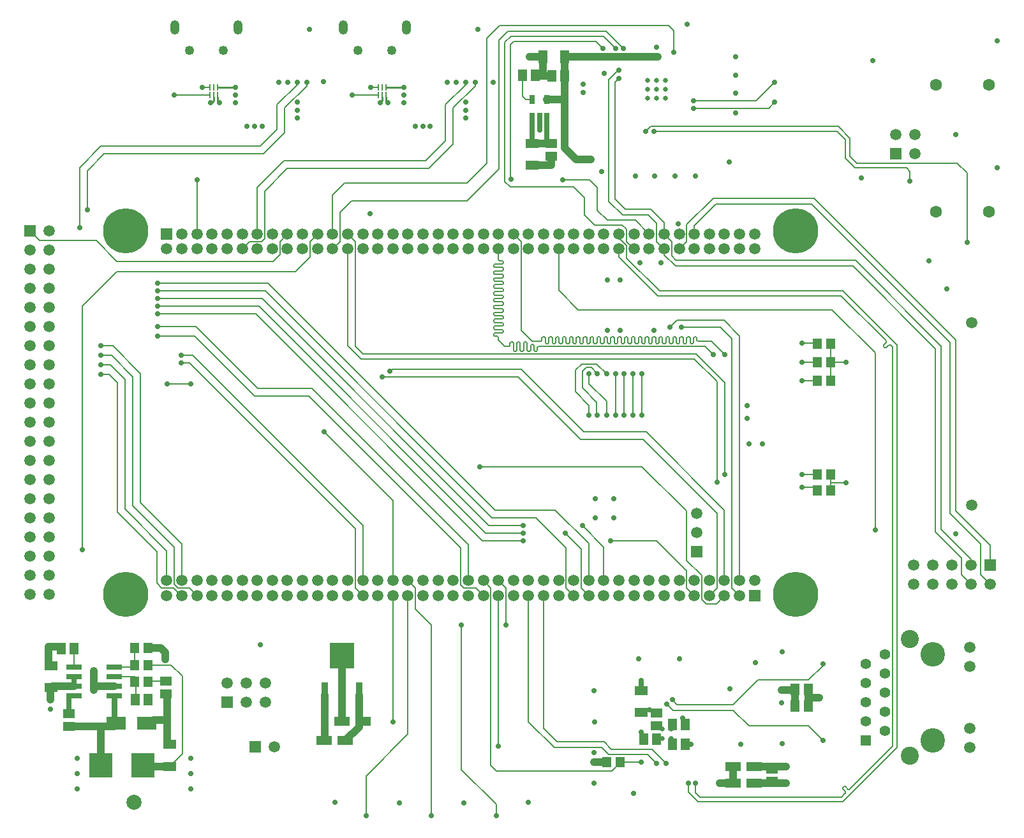
<source format=gbl>
G04 Layer_Physical_Order=4*
G04 Layer_Color=16711680*
%FSLAX25Y25*%
%MOIN*%
G70*
G01*
G75*
%ADD10C,0.00800*%
%ADD11R,0.05118X0.05906*%
%ADD12R,0.05906X0.05118*%
%ADD13R,0.05118X0.07087*%
%ADD14R,0.07087X0.05118*%
%ADD26R,0.04724X0.05512*%
%ADD39C,0.01000*%
%ADD40C,0.04000*%
%ADD41C,0.02500*%
%ADD44C,0.05906*%
%ADD45R,0.05906X0.05906*%
%ADD46C,0.23622*%
%ADD47C,0.06299*%
%ADD48C,0.04921*%
%ADD49O,0.04921X0.07480*%
%ADD50C,0.07874*%
%ADD51R,0.05906X0.05906*%
%ADD52C,0.12795*%
%ADD53C,0.05984*%
%ADD54C,0.09449*%
%ADD55R,0.05512X0.05512*%
%ADD56C,0.05512*%
%ADD57C,0.02800*%
%ADD58C,0.02598*%
%ADD77R,0.08268X0.02756*%
%ADD78R,0.03740X0.13386*%
%ADD79R,0.12992X0.13386*%
%ADD80R,0.02756X0.05118*%
%ADD81R,0.07874X0.04724*%
%ADD82R,0.05906X0.05512*%
%ADD83R,0.00787X0.03347*%
%ADD84R,0.09843X0.06693*%
%ADD85R,0.12205X0.12795*%
%ADD86C,0.03000*%
D10*
X249803Y253251D02*
X249263Y253791D01*
X247303Y254331D02*
X247843Y253791D01*
Y255591D02*
X247303Y255051D01*
X251763Y255591D02*
X252303Y256131D01*
Y256851D02*
X251763Y257391D01*
X247303Y257931D02*
X247843Y257391D01*
Y259191D02*
X247303Y258651D01*
X251763Y259191D02*
X252303Y259731D01*
Y260451D02*
X251763Y260991D01*
X247303Y261531D02*
X247843Y260991D01*
Y262791D02*
X247303Y262251D01*
X251763Y262791D02*
X252303Y263331D01*
Y264051D02*
X251763Y264591D01*
X247303Y265131D02*
X247843Y264591D01*
Y266391D02*
X247303Y265851D01*
X251763Y266391D02*
X252303Y266931D01*
Y267651D02*
X251763Y268191D01*
X247303Y268731D02*
X247843Y268191D01*
Y269991D02*
X247303Y269451D01*
X251763Y269991D02*
X252303Y270531D01*
Y271251D02*
X251763Y271791D01*
X247303Y272331D02*
X247843Y271791D01*
Y273591D02*
X247303Y273051D01*
X251763Y273591D02*
X252303Y274131D01*
Y274851D02*
X251763Y275391D01*
X247303Y275931D02*
X247843Y275391D01*
Y277191D02*
X247303Y276651D01*
X251763Y277191D02*
X252303Y277731D01*
Y278451D02*
X251763Y278991D01*
X247303Y279531D02*
X247843Y278991D01*
Y280791D02*
X247303Y280251D01*
X251763Y280791D02*
X252303Y281331D01*
Y282051D02*
X251763Y282591D01*
X247303Y283131D02*
X247843Y282591D01*
Y284391D02*
X247303Y283851D01*
X251763Y284391D02*
X252303Y284931D01*
Y285651D02*
X251763Y286191D01*
X247303Y286731D02*
X247843Y286191D01*
Y287991D02*
X247303Y287451D01*
X251763Y287991D02*
X252303Y288531D01*
Y289251D02*
X251763Y289791D01*
X247303Y290331D02*
X247843Y289791D01*
Y291591D02*
X247303Y291051D01*
X251763Y291591D02*
X252303Y292131D01*
Y292851D02*
X251763Y293391D01*
X249803Y293931D02*
X250343Y293391D01*
X270790Y248425D02*
X270250Y247885D01*
X269710Y246004D02*
X270250Y246544D01*
X268450D02*
X268990Y246004D01*
X268450Y248943D02*
X267910Y249483D01*
X267190D02*
X266650Y248943D01*
X266110Y246004D02*
X266650Y246544D01*
X264850D02*
X265390Y246004D01*
X264850Y250385D02*
X264310Y250925D01*
X263590D02*
X263050Y250385D01*
X262510Y246004D02*
X263050Y246544D01*
X261250D02*
X261790Y246004D01*
X261250Y250385D02*
X260710Y250925D01*
X259990D02*
X259450Y250385D01*
X258910Y246004D02*
X259450Y246544D01*
X257650D02*
X258190Y246004D01*
X257650Y250385D02*
X257110Y250925D01*
X256390D02*
X255850Y250385D01*
X255310Y248425D02*
X255850Y248965D01*
X353554Y251623D02*
X354094Y251083D01*
X353554Y253043D02*
X353013Y253583D01*
X352293D02*
X351753Y253043D01*
X351214Y250025D02*
X351753Y250565D01*
X349954D02*
X350494Y250025D01*
X349954Y253043D02*
X349413Y253583D01*
X348693D02*
X348153Y253043D01*
X347614Y250025D02*
X348153Y250565D01*
X346354D02*
X346894Y250025D01*
X346354Y253043D02*
X345813Y253583D01*
X345093D02*
X344553Y253043D01*
X344014Y250025D02*
X344553Y250565D01*
X342754D02*
X343293Y250025D01*
X342754Y253043D02*
X342214Y253583D01*
X341494D02*
X340953Y253043D01*
X340413Y250025D02*
X340953Y250565D01*
X339154D02*
X339693Y250025D01*
X339154Y253043D02*
X338614Y253583D01*
X337894D02*
X337353Y253043D01*
X336813Y250025D02*
X337353Y250565D01*
X335554D02*
X336093Y250025D01*
X335554Y253043D02*
X335014Y253583D01*
X334294D02*
X333753Y253043D01*
X333213Y250025D02*
X333753Y250565D01*
X331954D02*
X332493Y250025D01*
X331954Y253043D02*
X331414Y253583D01*
X330694D02*
X330153Y253043D01*
X329613Y250025D02*
X330153Y250565D01*
X328354D02*
X328893Y250025D01*
X328354Y253043D02*
X327814Y253583D01*
X327094D02*
X326554Y253043D01*
X326013Y250025D02*
X326554Y250565D01*
X324753D02*
X325293Y250025D01*
X324753Y253043D02*
X324214Y253583D01*
X323494D02*
X322954Y253043D01*
X322413Y250025D02*
X322954Y250565D01*
X321153D02*
X321693Y250025D01*
X321153Y253043D02*
X320614Y253583D01*
X319894D02*
X319354Y253043D01*
X318813Y250025D02*
X319354Y250565D01*
X317553D02*
X318093Y250025D01*
X317553Y253043D02*
X317014Y253583D01*
X316294D02*
X315754Y253043D01*
X315213Y250025D02*
X315754Y250565D01*
X313953D02*
X314493Y250025D01*
X313953Y253043D02*
X313414Y253583D01*
X312694D02*
X312154Y253043D01*
X311613Y250025D02*
X312154Y250565D01*
X310353D02*
X310894Y250025D01*
X310353Y253043D02*
X309813Y253583D01*
X309093D02*
X308554Y253043D01*
X308014Y250025D02*
X308554Y250565D01*
X306753D02*
X307294Y250025D01*
X306753Y253043D02*
X306213Y253583D01*
X305493D02*
X304954Y253043D01*
X304414Y250025D02*
X304954Y250565D01*
X303153D02*
X303694Y250025D01*
X303153Y253043D02*
X302613Y253583D01*
X301893D02*
X301354Y253043D01*
X300814Y250025D02*
X301354Y250565D01*
X299553D02*
X300094Y250025D01*
X299553Y253043D02*
X299013Y253583D01*
X298293D02*
X297754Y253043D01*
X297214Y250025D02*
X297754Y250565D01*
X295953D02*
X296494Y250025D01*
X295953Y253043D02*
X295413Y253583D01*
X294693D02*
X294153Y253043D01*
X293614Y250025D02*
X294153Y250565D01*
X292354D02*
X292894Y250025D01*
X292354Y253043D02*
X291813Y253583D01*
X291093D02*
X290553Y253043D01*
X290014Y250025D02*
X290553Y250565D01*
X288754D02*
X289294Y250025D01*
X288754Y253043D02*
X288213Y253583D01*
X287493D02*
X286953Y253043D01*
X286414Y250025D02*
X286953Y250565D01*
X285154D02*
X285694Y250025D01*
X285154Y253043D02*
X284613Y253583D01*
X283893D02*
X283353Y253043D01*
X282814Y250025D02*
X283353Y250565D01*
X281554D02*
X282094Y250025D01*
X281554Y253043D02*
X281013Y253583D01*
X280293D02*
X279753Y253043D01*
X279214Y250025D02*
X279753Y250565D01*
X277954D02*
X278493Y250025D01*
X277954Y253043D02*
X277414Y253583D01*
X276694D02*
X276153Y253043D01*
X275613Y250025D02*
X276153Y250565D01*
X274354D02*
X274893Y250025D01*
X274354Y253043D02*
X273814Y253583D01*
X273094D02*
X272553Y253043D01*
X272013Y251083D02*
X272553Y251623D01*
X431160Y15018D02*
Y15782D01*
X429802Y17903D02*
Y17140D01*
X431075Y18413D02*
X430311D01*
X432558Y16929D02*
X433071D01*
X454470Y249369D02*
X453706D01*
X451585Y248011D02*
X452349D01*
X451076Y249284D02*
Y248520D01*
X452433Y250642D02*
Y251405D01*
X249803Y294291D02*
Y299449D01*
Y251772D02*
Y251991D01*
Y253251D01*
X247843Y253791D02*
X249263D01*
X247303Y254331D02*
Y255051D01*
X247843Y255591D02*
X249803D01*
X251763D01*
X252303Y256131D02*
Y256851D01*
X249803Y257391D02*
X251763D01*
X247843D02*
X249803D01*
X247303Y257931D02*
Y258651D01*
X247843Y259191D02*
X249803D01*
X251763D01*
X252303Y259731D02*
Y260451D01*
X249803Y260991D02*
X251763D01*
X247843D02*
X249803D01*
X247303Y261531D02*
Y262251D01*
X247843Y262791D02*
X249803D01*
X251763D01*
X252303Y263331D02*
Y264051D01*
X249803Y264591D02*
X251763D01*
X247843D02*
X249803D01*
X247303Y265131D02*
Y265851D01*
X247843Y266391D02*
X249803D01*
X251763D01*
X252303Y266931D02*
Y267651D01*
X249803Y268191D02*
X251763D01*
X247843D02*
X249803D01*
X247303Y268731D02*
Y269451D01*
X247843Y269991D02*
X249803D01*
X251763D01*
X252303Y270531D02*
Y271251D01*
X249803Y271791D02*
X251763D01*
X247843D02*
X249803D01*
X247303Y272331D02*
Y273051D01*
X247843Y273591D02*
X249803D01*
X251763D01*
X252303Y274131D02*
Y274851D01*
X249803Y275391D02*
X251763D01*
X247843D02*
X249803D01*
X247303Y275931D02*
Y276651D01*
X247843Y277191D02*
X249803D01*
X251763D01*
X252303Y277731D02*
Y278451D01*
X249803Y278991D02*
X251763D01*
X247843D02*
X249803D01*
X247303Y279531D02*
Y280251D01*
X247843Y280791D02*
X249803D01*
X251763D01*
X252303Y281331D02*
Y282051D01*
X249803Y282591D02*
X251763D01*
X247843D02*
X249803D01*
X247303Y283131D02*
Y283851D01*
X247843Y284391D02*
X249803D01*
X251763D01*
X252303Y284931D02*
Y285651D01*
X249803Y286191D02*
X251763D01*
X247843D02*
X249803D01*
X247303Y286731D02*
Y287451D01*
X247843Y287991D02*
X249803D01*
X251763D01*
X252303Y288531D02*
Y289251D01*
X249803Y289791D02*
X251763D01*
X247843D02*
X249803D01*
X247303Y290331D02*
Y291051D01*
X247843Y291591D02*
X249803D01*
X251763D01*
X252303Y292131D02*
Y292851D01*
X250343Y293391D02*
X251763D01*
X249803Y293931D02*
Y294291D01*
Y251772D02*
X253150Y248425D01*
X271654D02*
X357874D01*
X270790D02*
X271654D01*
X270250Y246544D02*
Y247885D01*
X268990Y246004D02*
X269710D01*
X268450Y246544D02*
Y248425D01*
Y248943D01*
X267190Y249483D02*
X267910D01*
X266650Y248425D02*
Y248943D01*
Y246544D02*
Y248425D01*
X265390Y246004D02*
X266110D01*
X264850Y246544D02*
Y248425D01*
Y250385D01*
X263590Y250925D02*
X264310D01*
X263050Y248425D02*
Y250385D01*
Y246544D02*
Y248425D01*
X261790Y246004D02*
X262510D01*
X261250Y246544D02*
Y248425D01*
Y250385D01*
X259990Y250925D02*
X260710D01*
X259450Y248425D02*
Y250385D01*
Y246544D02*
Y248425D01*
X258190Y246004D02*
X258910D01*
X257650Y246544D02*
Y248425D01*
Y250385D01*
X256390Y250925D02*
X257110D01*
X255850Y248965D02*
Y250385D01*
X254050Y248425D02*
X255310D01*
X253150D02*
X254050D01*
X357874D02*
X362205Y244094D01*
X361122Y251083D02*
X368110Y244094D01*
X355613Y251083D02*
X361122D01*
X267421D02*
X271654D01*
X354094D02*
X355613D01*
X353554Y251623D02*
Y253043D01*
X352293Y253583D02*
X353013D01*
X351753Y251083D02*
Y253043D01*
Y250565D02*
Y251083D01*
X350494Y250025D02*
X351214D01*
X349954Y250565D02*
Y251083D01*
Y253043D01*
X348693Y253583D02*
X349413D01*
X348153Y251083D02*
Y253043D01*
Y250565D02*
Y251083D01*
X346894Y250025D02*
X347614D01*
X346354Y250565D02*
Y251083D01*
Y253043D01*
X345093Y253583D02*
X345813D01*
X344553Y251083D02*
Y253043D01*
Y250565D02*
Y251083D01*
X343293Y250025D02*
X344014D01*
X342754Y250565D02*
Y251083D01*
Y253043D01*
X341494Y253583D02*
X342214D01*
X340953Y251083D02*
Y253043D01*
Y250565D02*
Y251083D01*
X339693Y250025D02*
X340413D01*
X339154Y250565D02*
Y251083D01*
Y253043D01*
X337894Y253583D02*
X338614D01*
X337353Y251083D02*
Y253043D01*
Y250565D02*
Y251083D01*
X336093Y250025D02*
X336813D01*
X335554Y250565D02*
Y251083D01*
Y253043D01*
X334294Y253583D02*
X335014D01*
X333753Y251083D02*
Y253043D01*
Y250565D02*
Y251083D01*
X332493Y250025D02*
X333213D01*
X331954Y250565D02*
Y251083D01*
Y253043D01*
X330694Y253583D02*
X331414D01*
X330153Y251083D02*
Y253043D01*
Y250565D02*
Y251083D01*
X328893Y250025D02*
X329613D01*
X328354Y250565D02*
Y251083D01*
Y253043D01*
X327094Y253583D02*
X327814D01*
X326554Y251083D02*
Y253043D01*
Y250565D02*
Y251083D01*
X325293Y250025D02*
X326013D01*
X324753Y250565D02*
Y251083D01*
Y253043D01*
X323494Y253583D02*
X324214D01*
X322954Y251083D02*
Y253043D01*
Y250565D02*
Y251083D01*
X321693Y250025D02*
X322413D01*
X321153Y250565D02*
Y251083D01*
Y253043D01*
X319894Y253583D02*
X320614D01*
X319354Y251083D02*
Y253043D01*
Y250565D02*
Y251083D01*
X318093Y250025D02*
X318813D01*
X317553Y250565D02*
Y251083D01*
Y253043D01*
X316294Y253583D02*
X317014D01*
X315754Y251083D02*
Y253043D01*
Y250565D02*
Y251083D01*
X314493Y250025D02*
X315213D01*
X313953Y250565D02*
Y251083D01*
Y253043D01*
X312694Y253583D02*
X313414D01*
X312154Y251083D02*
Y253043D01*
Y250565D02*
Y251083D01*
X310894Y250025D02*
X311613D01*
X310353Y250565D02*
Y251083D01*
Y253043D01*
X309093Y253583D02*
X309813D01*
X308554Y251083D02*
Y253043D01*
Y250565D02*
Y251083D01*
X307294Y250025D02*
X308014D01*
X306753Y250565D02*
Y251083D01*
Y253043D01*
X305493Y253583D02*
X306213D01*
X304954Y251083D02*
Y253043D01*
Y250565D02*
Y251083D01*
X303694Y250025D02*
X304414D01*
X303153Y250565D02*
Y251083D01*
Y253043D01*
X301893Y253583D02*
X302613D01*
X301354Y251083D02*
Y253043D01*
Y250565D02*
Y251083D01*
X300094Y250025D02*
X300814D01*
X299553Y250565D02*
Y251083D01*
Y253043D01*
X298293Y253583D02*
X299013D01*
X297754Y251083D02*
Y253043D01*
Y250565D02*
Y251083D01*
X296494Y250025D02*
X297214D01*
X295953Y250565D02*
Y251083D01*
Y253043D01*
X294693Y253583D02*
X295413D01*
X294153Y251083D02*
Y253043D01*
Y250565D02*
Y251083D01*
X292894Y250025D02*
X293614D01*
X292354Y250565D02*
Y251083D01*
Y253043D01*
X291093Y253583D02*
X291813D01*
X290553Y251083D02*
Y253043D01*
Y250565D02*
Y251083D01*
X289294Y250025D02*
X290014D01*
X288754Y250565D02*
Y251083D01*
Y253043D01*
X287493Y253583D02*
X288213D01*
X286953Y251083D02*
Y253043D01*
Y250565D02*
Y251083D01*
X285694Y250025D02*
X286414D01*
X285154Y250565D02*
Y251083D01*
Y253043D01*
X283893Y253583D02*
X284613D01*
X283353Y251083D02*
Y253043D01*
Y250565D02*
Y251083D01*
X282094Y250025D02*
X282814D01*
X281554Y250565D02*
Y251083D01*
Y253043D01*
X280293Y253583D02*
X281013D01*
X279753Y251083D02*
Y253043D01*
Y250565D02*
Y251083D01*
X278493Y250025D02*
X279214D01*
X277954Y250565D02*
Y251083D01*
Y253043D01*
X276694Y253583D02*
X277414D01*
X276153Y251083D02*
Y253043D01*
Y250565D02*
Y251083D01*
X274893Y250025D02*
X275613D01*
X274354Y250565D02*
Y251083D01*
Y253043D01*
X273094Y253583D02*
X273814D01*
X272553Y251623D02*
Y253043D01*
X271654Y251083D02*
X272013D01*
X261614Y256890D02*
X267421Y251083D01*
X261614Y256890D02*
Y303386D01*
X257677Y307323D02*
X261614Y303386D01*
X339567Y258661D02*
X343012Y262106D01*
X491634Y129311D02*
Y137896D01*
X478051Y151478D02*
X491634Y137896D01*
X496693Y134252D02*
Y137362D01*
X481251Y152804D02*
X496693Y137362D01*
X506693Y134252D02*
Y144685D01*
X488830Y162548D02*
X506693Y144685D01*
X501673Y129272D02*
Y145179D01*
X485630Y161223D02*
X501673Y145179D01*
X446850Y152559D02*
Y245079D01*
X424213Y267717D02*
X446850Y245079D01*
X291339Y267717D02*
X424213D01*
X281299Y277756D02*
X291339Y267717D01*
X281299Y277756D02*
Y299449D01*
X321398Y314469D02*
X328543Y307323D01*
X306791Y314469D02*
X321398D01*
X301575Y319685D02*
X306791Y314469D01*
X314619Y317174D02*
X328104D01*
X307528Y324265D02*
X314619Y317174D01*
X328104D02*
X332480Y312797D01*
X315945Y320374D02*
X329429D01*
X310728Y325590D02*
X315945Y320374D01*
X329429D02*
X336417Y313386D01*
X307528Y324265D02*
Y387940D01*
X310728Y325590D02*
Y386614D01*
X314567Y311910D02*
X316732Y309744D01*
X300098Y311910D02*
X314567D01*
X294685Y317323D02*
X300098Y311910D01*
X316732Y303386D02*
Y309744D01*
Y303386D02*
X320669Y299449D01*
X243799Y409672D02*
X250489Y416362D01*
X243799Y344193D02*
Y409672D01*
X233366Y333760D02*
X243799Y344193D01*
X213323Y341472D02*
X226205Y354354D01*
X211666Y345472D02*
X222205Y356011D01*
X137847Y345472D02*
X211666D01*
X139504Y341472D02*
X213323D01*
X237789Y384691D02*
Y386607D01*
X226205Y373107D02*
X237789Y384691D01*
X232788Y385348D02*
Y386607D01*
X222205Y374764D02*
X232788Y385348D01*
X226205Y354354D02*
Y373107D01*
X222205Y356011D02*
Y374764D01*
X134252Y361776D02*
Y374764D01*
X138252Y360119D02*
Y373107D01*
X43898Y349114D02*
X127247D01*
X138252Y360119D01*
X125590Y353114D02*
X134252Y361776D01*
Y374764D02*
X144836Y385348D01*
Y386607D01*
X138252Y373107D02*
X149836Y384691D01*
Y386607D01*
X336417Y307323D02*
Y313386D01*
X332480Y303386D02*
Y312797D01*
X307528Y387940D02*
X312404Y392815D01*
X312795D01*
X310728Y386614D02*
X312795Y388681D01*
X501673Y129272D02*
X506693Y124252D01*
X485630Y161223D02*
Y250591D01*
X488830Y162548D02*
Y251916D01*
X413386Y322835D02*
X485630Y250591D01*
X414711Y326035D02*
X488830Y251916D01*
X362159Y326035D02*
X414711D01*
X348228Y303386D02*
Y312104D01*
X363484Y322835D02*
X413386D01*
X348228Y312104D02*
X362159Y326035D01*
X352165Y311516D02*
X363484Y322835D01*
X342275Y290453D02*
X434941D01*
X342469Y293653D02*
X436266D01*
X478051Y151478D02*
Y247342D01*
X434941Y290453D02*
X478051Y247342D01*
X481251Y152804D02*
Y248668D01*
X436266Y293653D02*
X481251Y248668D01*
X336417Y296311D02*
Y299449D01*
X491634Y129311D02*
X496693Y124252D01*
X340354Y295768D02*
X342469Y293653D01*
X336417Y307323D02*
X340354Y303386D01*
Y295768D02*
Y303386D01*
X344291Y299449D02*
X348228Y303386D01*
X352165Y307323D02*
Y311516D01*
X313386Y31091D02*
X324366D01*
X30941Y341814D02*
X42241Y353114D01*
X125590D01*
X30941Y310630D02*
Y341814D01*
X34941Y340158D02*
X43898Y349114D01*
X34941Y319882D02*
Y340158D01*
X50492Y287697D02*
X143799D01*
X32480Y269685D02*
X50492Y287697D01*
X32480Y142224D02*
Y269685D01*
X84252Y243961D02*
X89944D01*
X84252Y239961D02*
X88287D01*
X175000Y122205D02*
Y153248D01*
X89944Y243961D02*
X179000Y154905D01*
Y133823D02*
Y154905D01*
X178937Y133760D02*
X179000Y133823D01*
X88287Y239961D02*
X175000Y153248D01*
X50591Y292913D02*
X132087D01*
X39665Y303839D02*
X50591Y292913D01*
X10216Y303839D02*
X39665D01*
X178937Y126142D02*
Y133760D01*
X175000Y122205D02*
X178937Y118268D01*
X237769Y386588D02*
X237789Y386607D01*
X123819Y307323D02*
Y331444D01*
X137847Y345472D01*
X127756Y329724D02*
X139504Y341472D01*
X135630Y296457D02*
Y303386D01*
X132087Y292913D02*
X135630Y296457D01*
X143799Y287697D02*
X151378Y295276D01*
X135630Y303386D02*
X139567Y307323D01*
X5118Y308937D02*
X10216Y303839D01*
X348228Y122205D02*
X352165Y118268D01*
X348228Y122205D02*
Y131299D01*
X332480Y147047D02*
X348228Y131299D01*
X308563Y147047D02*
X332480D01*
X293110Y122205D02*
X297047Y118268D01*
X293110Y122205D02*
Y142681D01*
X284744Y151047D02*
X293110Y142681D01*
X285236Y122205D02*
Y143307D01*
X269496Y159047D02*
X285236Y143307D01*
X246506Y159047D02*
X269496D01*
X304921Y126142D02*
Y143730D01*
X293604Y155047D02*
X304921Y143730D01*
X297047Y126142D02*
Y145571D01*
X279571Y163047D02*
X297047Y145571D01*
X248163Y163047D02*
X279571D01*
X285236Y122205D02*
X289173Y118268D01*
X348228Y136713D02*
Y162402D01*
Y136713D02*
X356102Y128839D01*
Y116240D02*
Y128839D01*
X243192Y151047D02*
X262697D01*
X244849Y155047D02*
X262697D01*
X241535Y147047D02*
X262697D01*
X358366Y113976D02*
X363622D01*
X356102Y116240D02*
X358366Y113976D01*
X363622D02*
X367913Y118268D01*
X122954Y265628D02*
X241535Y147047D01*
X124611Y269628D02*
X243192Y151047D01*
X126268Y273628D02*
X244849Y155047D01*
X127925Y277628D02*
X246506Y159047D01*
X129582Y281628D02*
X248163Y163047D01*
X71752Y281628D02*
X129582D01*
X71752Y277628D02*
X127925D01*
X71752Y273628D02*
X126268D01*
X71752Y269628D02*
X124611D01*
X71752Y265628D02*
X122954D01*
X194685Y126142D02*
Y167913D01*
X158760Y203839D02*
X194685Y167913D01*
X71752Y258937D02*
X91700D01*
X324902Y185728D02*
X348228Y162402D01*
X239941Y185728D02*
X324902D01*
X360039Y118268D02*
X363976Y122205D01*
Y161272D01*
X367913Y126142D02*
Y162992D01*
X325410Y199839D02*
X363976Y161272D01*
X292779Y199839D02*
X325410D01*
X327067Y203839D02*
X367913Y162992D01*
X294436Y203839D02*
X327067D01*
X261795Y236480D02*
X294436Y203839D01*
X260138Y232480D02*
X292779Y199839D01*
X194256Y236480D02*
X261795D01*
X193209Y235433D02*
X194256Y236480D01*
X188977Y232480D02*
X260138D01*
X231890Y122244D02*
X237953D01*
X230118Y124016D02*
X231890Y122244D01*
X230118Y124016D02*
Y143209D01*
X237953Y122244D02*
X241929Y118268D01*
X233957Y126240D02*
X234055Y126142D01*
X233957Y126240D02*
Y145027D01*
X91142Y253839D02*
X122333Y222647D01*
X150679D02*
X230118Y143209D01*
X122333Y222647D02*
X150679D01*
X152336Y226647D02*
X233957Y145027D01*
X123990Y226647D02*
X152336D01*
X91700Y258937D02*
X123990Y226647D01*
X71752Y253839D02*
X91142D01*
X80119Y122244D02*
X84096Y118268D01*
X73917Y122244D02*
X80119D01*
X71383Y124779D02*
X73917Y122244D01*
X71383Y124779D02*
Y141265D01*
X76575Y126142D02*
Y141730D01*
X54886Y163419D02*
X76575Y141730D01*
X82337Y122289D02*
X88302D01*
X80512Y124114D02*
X82337Y122289D01*
X80512Y124114D02*
Y143449D01*
X88302Y122289D02*
X92323Y118268D01*
X50886Y161762D02*
Y229409D01*
X54886Y163419D02*
Y231066D01*
X58886Y165075D02*
Y232723D01*
X50886Y161762D02*
X71383Y141265D01*
X58886Y165075D02*
X80512Y143449D01*
X84449Y126142D02*
Y145169D01*
X62886Y166732D02*
X84449Y145169D01*
X42028Y238937D02*
X47015D01*
X42028Y243839D02*
X47770D01*
X42028Y248937D02*
X48329D01*
X62886Y166732D02*
Y234380D01*
X48329Y248937D02*
X62886Y234380D01*
X47770Y243839D02*
X58886Y232723D01*
X47015Y238937D02*
X54886Y231066D01*
X46457Y233839D02*
X50886Y229409D01*
X42028Y233839D02*
X46457D01*
X151378Y303386D02*
X155315Y307323D01*
X151378Y295276D02*
Y303386D01*
X76772Y228937D02*
X89075D01*
X330087Y37992D02*
X337413Y30665D01*
X308760Y37992D02*
X330087D01*
X301181Y239370D02*
X306299Y234252D01*
X293307Y239370D02*
X301181D01*
X290158Y236221D02*
X293307Y239370D01*
X290158Y224803D02*
Y236221D01*
X298425Y237402D02*
X301575Y234252D01*
X295669Y237402D02*
X298425D01*
X293701Y235433D02*
X295669Y237402D01*
X293701Y226917D02*
Y235433D01*
Y226917D02*
X301244Y219373D01*
X297244Y229030D02*
Y234252D01*
Y229030D02*
X306299Y219975D01*
Y212500D02*
Y219975D01*
X301244Y212830D02*
Y219373D01*
Y212830D02*
X301575Y212500D01*
X290158Y224803D02*
X297244Y217717D01*
Y212500D02*
Y217717D01*
X324803Y212598D02*
Y234252D01*
X320079Y212598D02*
Y234252D01*
X315354Y212598D02*
Y234252D01*
X311024Y212598D02*
Y234252D01*
X351599Y373064D02*
X391008D01*
X345472Y258661D02*
X365650D01*
X169390Y333760D02*
X233366D01*
X256004Y331791D02*
X289075D01*
X253150Y334646D02*
X256004Y331791D01*
X253150Y334646D02*
Y407480D01*
X249975Y341313D02*
Y408537D01*
X233268Y324606D02*
X249975Y341313D01*
X173228Y324606D02*
X233268D01*
X256102Y335827D02*
Y406102D01*
X257874Y407874D01*
X300787D01*
X262402Y379331D02*
Y390158D01*
Y379331D02*
X264142Y377590D01*
X267567D01*
X253150Y407480D02*
X256299Y410630D01*
X304724D01*
X249975Y408537D02*
X254700Y413262D01*
X306029D01*
X300787Y407874D02*
X304331Y404331D01*
X304724Y410630D02*
X311024Y404331D01*
X306029Y413262D02*
X314961Y404331D01*
X338780Y416362D02*
X341461Y413681D01*
X250489Y416362D02*
X338780D01*
X375805Y253937D02*
X375813D01*
X367636Y262106D02*
X375805Y253937D01*
X343012Y262106D02*
X367636D01*
X371850Y122205D02*
X375787Y118268D01*
X115945Y299449D02*
X119843Y303346D01*
X126181D01*
X127756Y304921D01*
Y329724D01*
X92323Y307323D02*
Y335630D01*
X332480Y303386D02*
X336417Y299449D01*
X423575Y177362D02*
X431496D01*
X391008Y373064D02*
X394094Y376150D01*
X351599Y376993D02*
X384386D01*
X394094Y386701D01*
X494629Y302976D02*
Y339130D01*
X489370Y344390D02*
X494629Y339130D01*
X464862Y334866D02*
Y340059D01*
X437191Y344390D02*
X489370D01*
X433591Y347990D02*
X437191Y344390D01*
X433591Y347990D02*
Y357340D01*
X423575Y173306D02*
Y181510D01*
Y240274D02*
Y250054D01*
Y230495D02*
Y240274D01*
X431486D01*
X408565Y174810D02*
X414984D01*
X408565Y181503D02*
X416480D01*
X408565Y230420D02*
X416414D01*
X408565Y240263D02*
X416477D01*
X408565Y250105D02*
X416437D01*
X163189Y299449D02*
X167126Y303386D01*
X294685Y317323D02*
Y326181D01*
X289075Y331791D02*
X294685Y326181D01*
X283465Y335728D02*
X297342D01*
X301575Y331496D01*
Y319685D02*
Y331496D01*
X167126Y303386D02*
Y318504D01*
X173228Y324606D01*
X341461Y402091D02*
Y413681D01*
X163189Y327559D02*
X169390Y333760D01*
X163189Y307323D02*
Y327559D01*
X375813Y126142D02*
Y253937D01*
X463119Y341802D02*
X464862Y340059D01*
X436052Y341802D02*
X463119D01*
X431004Y346850D02*
X436052Y341802D01*
X431004Y346850D02*
Y356594D01*
X331004Y360925D02*
X426673D01*
X431004Y356594D01*
X326870Y361024D02*
X329362Y363516D01*
X427416D01*
X433591Y357340D01*
X308957Y26673D02*
X313386Y31102D01*
X248917Y26673D02*
X308957D01*
X245866Y29724D02*
X248917Y26673D01*
X245866Y29724D02*
Y122205D01*
X241929Y126142D02*
X245866Y122205D01*
X305020Y41732D02*
X308760Y37992D01*
X280512Y41732D02*
X305020D01*
X273425Y48819D02*
X280512Y41732D01*
X273425Y48819D02*
Y118268D01*
X180709Y3394D02*
Y24016D01*
X202559Y45866D01*
Y118268D01*
Y126142D02*
X206482Y122219D01*
X214709Y3394D02*
Y103008D01*
X206482Y111235D02*
Y122219D01*
Y111235D02*
X214709Y103008D01*
X248709Y3394D02*
Y9165D01*
X230512Y27362D02*
X248709Y9165D01*
X230512Y27362D02*
Y103051D01*
X253754Y103051D02*
Y122191D01*
X249803Y126142D02*
X253754Y122191D01*
X365650Y258661D02*
X371850Y252461D01*
Y122205D02*
Y252461D01*
X368110Y181496D02*
Y229528D01*
X364173Y177559D02*
Y230070D01*
X352240Y242004D02*
X364173Y230070D01*
X178075Y242004D02*
X352240D01*
X179069Y244404D02*
X353234D01*
X368110Y229528D01*
X171063Y249016D02*
X178075Y242004D01*
X171063Y249016D02*
Y299449D01*
X175000Y248473D02*
X179069Y244404D01*
X175000Y248473D02*
Y303386D01*
X171063Y307323D02*
X175000Y303386D01*
X336417Y296311D02*
X342275Y290453D01*
X173327Y379921D02*
X186969D01*
X183071Y383858D02*
X186969D01*
X95118D02*
X99016D01*
X80512Y379921D02*
X99016D01*
X380610Y50098D02*
X411705D01*
X372342Y58366D02*
X380610Y50098D01*
X341241Y58366D02*
X372342D01*
X337894Y61713D02*
X341241Y58366D01*
X411705Y50098D02*
X419291Y42512D01*
X343209Y61319D02*
X372441D01*
X340650Y63878D02*
X343209Y61319D01*
X372441D02*
X385433Y74311D01*
X411909D01*
X419291Y81693D01*
X28095Y80954D02*
Y90455D01*
X59804Y82005D02*
Y90880D01*
X60433Y64255D02*
Y73130D01*
X194685Y52276D02*
Y118268D01*
X66891Y82005D02*
X78740D01*
X84646Y76099D01*
Y35728D02*
Y76099D01*
X77969Y29052D02*
X84646Y35728D01*
X48961Y80954D02*
X58753D01*
X48961Y75954D02*
X60039D01*
X67301Y73540D02*
X76198D01*
X327756Y35236D02*
X332283Y30709D01*
X307382Y35236D02*
X327756D01*
X303839Y38780D02*
X307382Y35236D01*
X279134Y38780D02*
X303839D01*
X265551Y52362D02*
Y118268D01*
Y52362D02*
X279134Y38780D01*
X249803Y39567D02*
Y118268D01*
X429797Y10592D02*
X458109Y38905D01*
X349114Y15602D02*
Y20079D01*
X312668Y305188D02*
X316718Y301137D01*
X334017Y277400D02*
X429833D01*
X316718Y294699D02*
Y301137D01*
Y294699D02*
X334017Y277400D01*
X349114Y15602D02*
X354124Y10592D01*
X458109Y38905D02*
Y249124D01*
X429833Y277400D02*
X458109Y249124D01*
X354124Y10592D02*
X429797D01*
X352854Y15256D02*
Y20079D01*
Y15256D02*
X355118Y12992D01*
X429134D01*
X430905Y14764D02*
X431160Y15018D01*
X429802Y17140D02*
X431160Y15782D01*
X429802Y17903D02*
X430311Y18413D01*
X431075D02*
X432558Y16929D01*
X429134Y12992D02*
X430905Y14764D01*
X312795Y295228D02*
Y299449D01*
Y295228D02*
X333023Y275000D01*
X428839D01*
X454470Y249369D02*
X454724Y249114D01*
X452349Y248011D02*
X453706Y249369D01*
X451076Y248520D02*
X451585Y248011D01*
X451076Y249284D02*
X452433Y250642D01*
X452313Y251526D02*
X452433Y251405D01*
X428839Y275000D02*
X452313Y251526D01*
X454724Y249114D02*
X455709Y248129D01*
Y39568D02*
Y248129D01*
X433070Y16929D02*
X433071Y16929D01*
X455709Y39568D01*
D11*
X27953Y90596D02*
D03*
X21260D02*
D03*
X277835Y390063D02*
D03*
X284527D02*
D03*
X269094Y390158D02*
D03*
X262402D02*
D03*
X332480Y43307D02*
D03*
X325787D02*
D03*
X340748Y50787D02*
D03*
X347441D02*
D03*
X340748Y40551D02*
D03*
X347441D02*
D03*
X404921Y69291D02*
D03*
X411614D02*
D03*
X404921Y60492D02*
D03*
X411614D02*
D03*
X60001Y64058D02*
D03*
X66694D02*
D03*
D12*
X277307Y347913D02*
D03*
Y354606D02*
D03*
X332283Y50197D02*
D03*
Y56890D02*
D03*
X25591Y56685D02*
D03*
Y49992D02*
D03*
X76198Y73540D02*
D03*
Y66847D02*
D03*
D13*
X273079Y400063D02*
D03*
X284496D02*
D03*
D14*
X16070Y70304D02*
D03*
Y81722D02*
D03*
X267307Y343158D02*
D03*
Y354575D02*
D03*
X324284Y68531D02*
D03*
Y57114D02*
D03*
X77969Y29052D02*
D03*
Y40470D02*
D03*
D26*
X416488Y230495D02*
D03*
X423575D02*
D03*
X416488Y240274D02*
D03*
X423575D02*
D03*
X416488Y250054D02*
D03*
X423575D02*
D03*
X416488Y173306D02*
D03*
X423575D02*
D03*
X416488Y181510D02*
D03*
X423575D02*
D03*
X313386Y31102D02*
D03*
X306299D02*
D03*
X66891Y90880D02*
D03*
X59804D02*
D03*
X66891Y73130D02*
D03*
X59804D02*
D03*
Y82005D02*
D03*
X66891D02*
D03*
D39*
X190976Y376937D02*
X191929Y375984D01*
X190976Y376937D02*
Y379010D01*
X187992Y375984D02*
X189008Y377000D01*
Y379010D01*
X190945Y383858D02*
X200453D01*
X102992D02*
X112500D01*
X101055Y377000D02*
Y379010D01*
X103024Y376937D02*
Y379010D01*
Y376937D02*
X103976Y375984D01*
X100102Y376047D02*
X101055Y377000D01*
D40*
X299606Y31102D02*
X306299D01*
X277307Y343158D02*
Y347913D01*
X267307Y343158D02*
X277307D01*
X273079Y390063D02*
Y400063D01*
X269189Y390063D02*
X277835D01*
X266043Y400063D02*
X273079D01*
X177055Y49654D02*
Y66268D01*
X169905Y42504D02*
X177055Y49654D01*
X411614Y64961D02*
X417323D01*
X411614D02*
Y69291D01*
Y60492D02*
Y64961D01*
X365354Y20079D02*
X372441D01*
Y28740D01*
X397638Y68898D02*
X404921D01*
Y60492D02*
Y69291D01*
X383465Y20079D02*
X400000D01*
X383465Y28740D02*
X400000D01*
X294291Y346378D02*
X298130D01*
X290480D02*
X294291D01*
X284496Y377590D02*
Y400063D01*
X333202D01*
X275047Y377590D02*
X284496D01*
Y352362D02*
Y377590D01*
Y352362D02*
X290480Y346378D01*
X158945Y43209D02*
Y66268D01*
X267307Y354575D02*
X277276D01*
X168095Y52504D02*
Y86646D01*
X16720Y70954D02*
X28095D01*
X25591Y49992D02*
X49213D01*
X42126Y29528D02*
Y49992D01*
X15748Y63976D02*
Y68898D01*
X14764Y86614D02*
Y91535D01*
X20321D01*
X14764Y83027D02*
Y86614D01*
X39370Y70954D02*
X48961D01*
X38386Y68898D02*
Y73819D01*
Y78740D01*
X66891Y90880D02*
X73490D01*
X75787Y88583D01*
Y84905D02*
Y88583D01*
X76772Y43307D02*
Y48228D01*
Y53150D01*
Y58071D01*
Y66274D01*
X69882Y53150D02*
X76772D01*
X67913Y29052D02*
X77969D01*
D41*
X271307Y361417D02*
Y368142D01*
X275047Y354575D02*
Y368142D01*
X267567Y354835D02*
Y368142D01*
X324284Y68532D02*
Y74016D01*
X28095Y70954D02*
Y75954D01*
X25591Y56685D02*
Y65273D01*
D44*
X273425Y299449D02*
D03*
X265551D02*
D03*
X257677D02*
D03*
X249803D02*
D03*
X241929D02*
D03*
X234055D02*
D03*
X281299D02*
D03*
X289173D02*
D03*
X297047D02*
D03*
X304921D02*
D03*
Y307323D02*
D03*
X297047D02*
D03*
X289173D02*
D03*
X281299D02*
D03*
X234055D02*
D03*
X241929D02*
D03*
X249803D02*
D03*
X257677D02*
D03*
X265551D02*
D03*
X273425D02*
D03*
X352165D02*
D03*
X344291D02*
D03*
X336417D02*
D03*
X328543D02*
D03*
X320669D02*
D03*
X312795D02*
D03*
X360039D02*
D03*
X367913D02*
D03*
X375787D02*
D03*
X383661D02*
D03*
Y299449D02*
D03*
X375787D02*
D03*
X367913D02*
D03*
X360039D02*
D03*
X312795D02*
D03*
X320669D02*
D03*
X328543D02*
D03*
X336417D02*
D03*
X344291D02*
D03*
X352165D02*
D03*
X194685D02*
D03*
X186811D02*
D03*
X178937D02*
D03*
X171063D02*
D03*
X163189D02*
D03*
X155315D02*
D03*
X202559D02*
D03*
X210433D02*
D03*
X218307D02*
D03*
X226181D02*
D03*
Y307323D02*
D03*
X218307D02*
D03*
X210433D02*
D03*
X202559D02*
D03*
X155315D02*
D03*
X163189D02*
D03*
X171063D02*
D03*
X178937D02*
D03*
X186811D02*
D03*
X194685D02*
D03*
X115945D02*
D03*
X108071D02*
D03*
X100197D02*
D03*
X92323D02*
D03*
X84449D02*
D03*
X123819D02*
D03*
X131693D02*
D03*
X139567D02*
D03*
X147441D02*
D03*
Y299449D02*
D03*
X139567D02*
D03*
X131693D02*
D03*
X123819D02*
D03*
X76575D02*
D03*
X84449D02*
D03*
X92323D02*
D03*
X100197D02*
D03*
X108071D02*
D03*
X115945D02*
D03*
X186811Y126142D02*
D03*
X194685D02*
D03*
X202559D02*
D03*
X210433D02*
D03*
X218307D02*
D03*
X226181D02*
D03*
X178937D02*
D03*
X171063D02*
D03*
X163189D02*
D03*
X155315D02*
D03*
Y118268D02*
D03*
X163189D02*
D03*
X171063D02*
D03*
X178937D02*
D03*
X226181D02*
D03*
X218307D02*
D03*
X210433D02*
D03*
X202559D02*
D03*
X194685D02*
D03*
X186811D02*
D03*
X108071D02*
D03*
X115945D02*
D03*
X123819D02*
D03*
X131693D02*
D03*
X139567D02*
D03*
X147441D02*
D03*
X100197D02*
D03*
X92323D02*
D03*
X84449D02*
D03*
X76575D02*
D03*
Y126142D02*
D03*
X84449D02*
D03*
X92323D02*
D03*
X100197D02*
D03*
X147441D02*
D03*
X139567D02*
D03*
X131693D02*
D03*
X123819D02*
D03*
X115945D02*
D03*
X108071D02*
D03*
X265551D02*
D03*
X273425D02*
D03*
X281299D02*
D03*
X289173D02*
D03*
X297047D02*
D03*
X304921D02*
D03*
X257677D02*
D03*
X249803D02*
D03*
X241929D02*
D03*
X234055D02*
D03*
Y118268D02*
D03*
X241929D02*
D03*
X249803D02*
D03*
X257677D02*
D03*
X304921D02*
D03*
X297047D02*
D03*
X289173D02*
D03*
X281299D02*
D03*
X273425D02*
D03*
X265551D02*
D03*
X344291D02*
D03*
X352165D02*
D03*
X360039D02*
D03*
X367913D02*
D03*
X375787D02*
D03*
X336417D02*
D03*
X328543D02*
D03*
X320669D02*
D03*
X312795D02*
D03*
Y126142D02*
D03*
X320669D02*
D03*
X328543D02*
D03*
X336417D02*
D03*
X383661D02*
D03*
X375787D02*
D03*
X367913D02*
D03*
X360039D02*
D03*
X352165D02*
D03*
X344291D02*
D03*
X497049Y260833D02*
D03*
Y165558D02*
D03*
X128030Y72615D02*
D03*
Y62615D02*
D03*
X118030Y72615D02*
D03*
Y62615D02*
D03*
X108030Y72615D02*
D03*
X15118Y118937D02*
D03*
X5118D02*
D03*
X15118Y128937D02*
D03*
X5118D02*
D03*
X15118Y138937D02*
D03*
X5118D02*
D03*
X15118Y148937D02*
D03*
X5118D02*
D03*
X15118Y158937D02*
D03*
X5118D02*
D03*
X15118Y168937D02*
D03*
X5118D02*
D03*
X15118Y178937D02*
D03*
X5118D02*
D03*
X15118Y188937D02*
D03*
X5118D02*
D03*
X15118Y198937D02*
D03*
X5118D02*
D03*
X15118Y208937D02*
D03*
X5118D02*
D03*
X15118Y218937D02*
D03*
X5118D02*
D03*
X15118Y228937D02*
D03*
X5118D02*
D03*
X15118Y238937D02*
D03*
X5118D02*
D03*
X15118Y248937D02*
D03*
X5118D02*
D03*
X15118Y258937D02*
D03*
X5118D02*
D03*
X15118Y268937D02*
D03*
X5118D02*
D03*
X15118Y278937D02*
D03*
X5118D02*
D03*
X15118Y288937D02*
D03*
X5118D02*
D03*
X15118Y298937D02*
D03*
X5118D02*
D03*
X15118Y308937D02*
D03*
X132818Y39117D02*
D03*
X467378Y359386D02*
D03*
Y349386D02*
D03*
X457378Y359386D02*
D03*
X353543Y161339D02*
D03*
Y151339D02*
D03*
X506693Y124252D02*
D03*
X496693Y134252D02*
D03*
Y124252D02*
D03*
X486693Y134252D02*
D03*
Y124252D02*
D03*
X476693Y134252D02*
D03*
Y124252D02*
D03*
X466693Y134252D02*
D03*
Y124252D02*
D03*
D45*
X76575Y307323D02*
D03*
X383661Y118268D02*
D03*
X108030Y62615D02*
D03*
X122818Y39117D02*
D03*
X457378Y349386D02*
D03*
X506693Y134252D02*
D03*
D46*
X55118Y118937D02*
D03*
X405118D02*
D03*
Y308937D02*
D03*
X55118D02*
D03*
D47*
X478390Y318921D02*
D03*
X505949D02*
D03*
X478390Y385386D02*
D03*
X505949D02*
D03*
D48*
X194010Y403294D02*
D03*
X176490D02*
D03*
X106057D02*
D03*
X88538D02*
D03*
D49*
X201687Y415302D02*
D03*
X168813D02*
D03*
X113735D02*
D03*
X80861D02*
D03*
D50*
X59465Y10346D02*
D03*
D51*
X5118Y308937D02*
D03*
X353543Y141339D02*
D03*
D52*
X476894Y87512D02*
D03*
Y42512D02*
D03*
D53*
X496185Y48909D02*
D03*
Y81114D02*
D03*
Y38909D02*
D03*
Y91114D02*
D03*
D54*
X464886Y95504D02*
D03*
Y34520D02*
D03*
D55*
X441894Y42512D02*
D03*
D56*
Y52512D02*
D03*
Y62512D02*
D03*
Y72512D02*
D03*
Y82512D02*
D03*
X451894Y47512D02*
D03*
Y57512D02*
D03*
Y67512D02*
D03*
Y77512D02*
D03*
Y87512D02*
D03*
D57*
X331201Y256890D02*
D03*
X323819Y292323D02*
D03*
X446850Y152559D02*
D03*
X299606Y31102D02*
D03*
X30941Y310630D02*
D03*
X84252Y239961D02*
D03*
Y243961D02*
D03*
X71752Y258937D02*
D03*
Y253839D02*
D03*
X71752Y265628D02*
D03*
Y269628D02*
D03*
Y273628D02*
D03*
Y277628D02*
D03*
Y281628D02*
D03*
X308563Y147047D02*
D03*
X262697D02*
D03*
X284744Y151047D02*
D03*
X262697D02*
D03*
X293604Y155047D02*
D03*
X262697D02*
D03*
X158760Y203839D02*
D03*
X239941Y185728D02*
D03*
X193209Y235433D02*
D03*
X188977Y232480D02*
D03*
X42028Y248937D02*
D03*
Y243839D02*
D03*
Y238937D02*
D03*
Y233839D02*
D03*
X32480Y142224D02*
D03*
X89075Y228937D02*
D03*
X76772D02*
D03*
X332283Y30709D02*
D03*
X337413Y30665D02*
D03*
X306299Y234252D02*
D03*
X301575D02*
D03*
X297244D02*
D03*
X306299Y212500D02*
D03*
X301575D02*
D03*
X297244D02*
D03*
X311024Y212598D02*
D03*
X315354D02*
D03*
X320079D02*
D03*
X324803D02*
D03*
Y234252D02*
D03*
X320079D02*
D03*
X315354D02*
D03*
X311024D02*
D03*
X310236Y159055D02*
D03*
X300394D02*
D03*
X310236Y168898D02*
D03*
X300394D02*
D03*
X277307Y343158D02*
D03*
X266043Y400063D02*
D03*
X158945Y70303D02*
D03*
Y66268D02*
D03*
Y62232D02*
D03*
X163567Y84579D02*
D03*
Y88614D02*
D03*
X172622Y84579D02*
D03*
Y88614D02*
D03*
X168095D02*
D03*
Y84579D02*
D03*
X177055Y70303D02*
D03*
Y66268D02*
D03*
Y62232D02*
D03*
X89189Y17236D02*
D03*
Y25307D02*
D03*
Y33378D02*
D03*
X29740D02*
D03*
Y25307D02*
D03*
Y17236D02*
D03*
X293984Y381102D02*
D03*
Y385612D02*
D03*
X134941Y386614D02*
D03*
X373886Y370512D02*
D03*
X164370Y10087D02*
D03*
X323228Y85370D02*
D03*
X344543D02*
D03*
X474713Y293094D02*
D03*
X125441Y92551D02*
D03*
X348496Y416835D02*
D03*
X488781Y150648D02*
D03*
X484057Y278499D02*
D03*
X303681Y340024D02*
D03*
X321382Y337720D02*
D03*
X331350D02*
D03*
X341961Y337689D02*
D03*
X352748D02*
D03*
X370571Y344756D02*
D03*
X373886Y380874D02*
D03*
Y390307D02*
D03*
Y399882D02*
D03*
X510280Y408366D02*
D03*
Y341902D02*
D03*
X488799Y359386D02*
D03*
X320472Y14961D02*
D03*
X299606Y20079D02*
D03*
X299630Y36173D02*
D03*
X299606Y68504D02*
D03*
X376575Y40650D02*
D03*
X384252Y83071D02*
D03*
X398031Y40945D02*
D03*
Y88976D02*
D03*
X370866Y69685D02*
D03*
X365354Y20079D02*
D03*
X397638Y68898D02*
D03*
X417323Y64961D02*
D03*
X324284Y74016D02*
D03*
X400000Y20079D02*
D03*
Y28740D02*
D03*
X328625Y58481D02*
D03*
X397638Y62205D02*
D03*
X324366Y47047D02*
D03*
X256299Y335827D02*
D03*
X314961Y404331D02*
D03*
X311024D02*
D03*
X304331D02*
D03*
X324366Y31091D02*
D03*
X408565Y181503D02*
D03*
X333202Y400063D02*
D03*
X294291Y346378D02*
D03*
X298130D02*
D03*
X223005Y386573D02*
D03*
X275047Y361417D02*
D03*
X267567D02*
D03*
X144836Y386607D02*
D03*
X149836D02*
D03*
X237789D02*
D03*
X232788D02*
D03*
X182874Y317913D02*
D03*
X283465Y335728D02*
D03*
X439437Y336638D02*
D03*
X445433Y397965D02*
D03*
X265355Y10138D02*
D03*
X231693Y10039D02*
D03*
X198032Y10039D02*
D03*
X227828Y386573D02*
D03*
X139764Y386614D02*
D03*
X239173Y414116D02*
D03*
X151083D02*
D03*
X271307Y361417D02*
D03*
X431496Y177362D02*
D03*
X232788Y368012D02*
D03*
X144836D02*
D03*
X351599Y376993D02*
D03*
Y373064D02*
D03*
X331004Y361024D02*
D03*
X326870D02*
D03*
X394094Y376150D02*
D03*
Y386701D02*
D03*
X494629Y302976D02*
D03*
X464862Y334866D02*
D03*
X431486Y240274D02*
D03*
X408565Y230420D02*
D03*
Y250105D02*
D03*
X334646Y292323D02*
D03*
X341461Y402091D02*
D03*
X339567Y258661D02*
D03*
X345472D02*
D03*
X92323Y335630D02*
D03*
X112500Y375984D02*
D03*
Y379921D02*
D03*
Y383858D02*
D03*
X118399Y363583D02*
D03*
X122336D02*
D03*
X126273D02*
D03*
X214226D02*
D03*
X210289D02*
D03*
X206351D02*
D03*
X200453Y383858D02*
D03*
Y379921D02*
D03*
Y375984D02*
D03*
X408565Y174810D02*
D03*
X346063Y54331D02*
D03*
X350492Y40650D02*
D03*
X379921Y210735D02*
D03*
X380906Y197441D02*
D03*
X387598D02*
D03*
X306653Y283142D02*
D03*
X313347D02*
D03*
X306653Y257031D02*
D03*
X313347D02*
D03*
X379921Y217428D02*
D03*
X332433Y404969D02*
D03*
X305039Y391240D02*
D03*
X300000Y52362D02*
D03*
X312795Y392815D02*
D03*
Y388681D02*
D03*
X194697Y52276D02*
D03*
X249803Y39567D02*
D03*
X180709Y3394D02*
D03*
X214709D02*
D03*
X248709D02*
D03*
X230512Y103051D02*
D03*
X253754Y103051D02*
D03*
X408565Y240263D02*
D03*
X368110Y244094D02*
D03*
X362205D02*
D03*
X364173Y177559D02*
D03*
X368110Y181496D02*
D03*
X343602Y312697D02*
D03*
X34941Y319882D02*
D03*
X187992Y375984D02*
D03*
X191929D02*
D03*
X173327Y379921D02*
D03*
X183071Y383858D02*
D03*
X95118D02*
D03*
X103976Y375984D02*
D03*
X80512Y379921D02*
D03*
X99410Y375984D02*
D03*
X247047Y386606D02*
D03*
X158465Y386811D02*
D03*
X337894Y61713D02*
D03*
X419291Y42512D02*
D03*
X340650Y63878D02*
D03*
X419291Y82512D02*
D03*
X38386Y78740D02*
D03*
Y68898D02*
D03*
X76772Y58071D02*
D03*
Y48228D02*
D03*
X14764Y91535D02*
D03*
Y86614D02*
D03*
X75787Y84646D02*
D03*
X15748Y59055D02*
D03*
Y63976D02*
D03*
X38386Y73819D02*
D03*
X76772Y53150D02*
D03*
X60039Y29528D02*
D03*
X67913D02*
D03*
X64173D02*
D03*
X144836Y372047D02*
D03*
Y376140D02*
D03*
X232788D02*
D03*
Y372047D02*
D03*
X352854Y20079D02*
D03*
X349114D02*
D03*
D58*
X327740Y387567D02*
D03*
X332465D02*
D03*
X337189D02*
D03*
X327740Y382842D02*
D03*
X332465D02*
D03*
X337189D02*
D03*
X327740Y378118D02*
D03*
X332465D02*
D03*
X337189D02*
D03*
X340158Y48425D02*
D03*
Y43701D02*
D03*
X335433Y48425D02*
D03*
Y43701D02*
D03*
D77*
X28095Y65954D02*
D03*
Y70954D02*
D03*
Y75954D02*
D03*
Y80954D02*
D03*
X48961Y65954D02*
D03*
Y70954D02*
D03*
Y75954D02*
D03*
Y80954D02*
D03*
D78*
X177055Y66268D02*
D03*
X168000D02*
D03*
X158945D02*
D03*
D79*
X168000Y86740D02*
D03*
D80*
X275047Y368142D02*
D03*
X271307D02*
D03*
X267567D02*
D03*
Y377590D02*
D03*
X275047D02*
D03*
D81*
X383465Y28740D02*
D03*
X372441D02*
D03*
X383465Y20079D02*
D03*
X372441D02*
D03*
X158882Y42504D02*
D03*
X169905D02*
D03*
X168095Y52504D02*
D03*
X179118D02*
D03*
D82*
X392913Y20866D02*
D03*
Y27953D02*
D03*
D83*
X187008Y383819D02*
D03*
X188976D02*
D03*
X190945D02*
D03*
X187008Y379961D02*
D03*
X188976D02*
D03*
X190945D02*
D03*
X99055Y383819D02*
D03*
X101024D02*
D03*
X102992D02*
D03*
X99055Y379961D02*
D03*
X101024D02*
D03*
X102992D02*
D03*
D84*
X50197Y51493D02*
D03*
X65945D02*
D03*
D85*
X64173Y29528D02*
D03*
X42126D02*
D03*
D86*
X48961Y54446D02*
Y65954D01*
M02*

</source>
